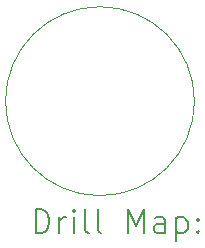
<source format=gbr>
%TF.GenerationSoftware,KiCad,Pcbnew,7.0.5-1.fc38*%
%TF.CreationDate,2023-07-07T14:27:14-04:00*%
%TF.ProjectId,bno085-i2c-board-v3-large,626e6f30-3835-42d6-9932-632d626f6172,rev?*%
%TF.SameCoordinates,Original*%
%TF.FileFunction,Drillmap*%
%TF.FilePolarity,Positive*%
%FSLAX45Y45*%
G04 Gerber Fmt 4.5, Leading zero omitted, Abs format (unit mm)*
G04 Created by KiCad (PCBNEW 7.0.5-1.fc38) date 2023-07-07 14:27:14*
%MOMM*%
%LPD*%
G01*
G04 APERTURE LIST*
%ADD10C,0.100000*%
%ADD11C,0.200000*%
G04 APERTURE END LIST*
D10*
X13800000Y-7000000D02*
G75*
G03*
X13800000Y-7000000I-800000J0D01*
G01*
D11*
X12455777Y-8116484D02*
X12455777Y-7916484D01*
X12455777Y-7916484D02*
X12503396Y-7916484D01*
X12503396Y-7916484D02*
X12531967Y-7926008D01*
X12531967Y-7926008D02*
X12551015Y-7945055D01*
X12551015Y-7945055D02*
X12560539Y-7964103D01*
X12560539Y-7964103D02*
X12570062Y-8002198D01*
X12570062Y-8002198D02*
X12570062Y-8030769D01*
X12570062Y-8030769D02*
X12560539Y-8068865D01*
X12560539Y-8068865D02*
X12551015Y-8087912D01*
X12551015Y-8087912D02*
X12531967Y-8106960D01*
X12531967Y-8106960D02*
X12503396Y-8116484D01*
X12503396Y-8116484D02*
X12455777Y-8116484D01*
X12655777Y-8116484D02*
X12655777Y-7983150D01*
X12655777Y-8021246D02*
X12665301Y-8002198D01*
X12665301Y-8002198D02*
X12674824Y-7992674D01*
X12674824Y-7992674D02*
X12693872Y-7983150D01*
X12693872Y-7983150D02*
X12712920Y-7983150D01*
X12779586Y-8116484D02*
X12779586Y-7983150D01*
X12779586Y-7916484D02*
X12770062Y-7926008D01*
X12770062Y-7926008D02*
X12779586Y-7935531D01*
X12779586Y-7935531D02*
X12789110Y-7926008D01*
X12789110Y-7926008D02*
X12779586Y-7916484D01*
X12779586Y-7916484D02*
X12779586Y-7935531D01*
X12903396Y-8116484D02*
X12884348Y-8106960D01*
X12884348Y-8106960D02*
X12874824Y-8087912D01*
X12874824Y-8087912D02*
X12874824Y-7916484D01*
X13008158Y-8116484D02*
X12989110Y-8106960D01*
X12989110Y-8106960D02*
X12979586Y-8087912D01*
X12979586Y-8087912D02*
X12979586Y-7916484D01*
X13236729Y-8116484D02*
X13236729Y-7916484D01*
X13236729Y-7916484D02*
X13303396Y-8059341D01*
X13303396Y-8059341D02*
X13370062Y-7916484D01*
X13370062Y-7916484D02*
X13370062Y-8116484D01*
X13551015Y-8116484D02*
X13551015Y-8011722D01*
X13551015Y-8011722D02*
X13541491Y-7992674D01*
X13541491Y-7992674D02*
X13522443Y-7983150D01*
X13522443Y-7983150D02*
X13484348Y-7983150D01*
X13484348Y-7983150D02*
X13465301Y-7992674D01*
X13551015Y-8106960D02*
X13531967Y-8116484D01*
X13531967Y-8116484D02*
X13484348Y-8116484D01*
X13484348Y-8116484D02*
X13465301Y-8106960D01*
X13465301Y-8106960D02*
X13455777Y-8087912D01*
X13455777Y-8087912D02*
X13455777Y-8068865D01*
X13455777Y-8068865D02*
X13465301Y-8049817D01*
X13465301Y-8049817D02*
X13484348Y-8040293D01*
X13484348Y-8040293D02*
X13531967Y-8040293D01*
X13531967Y-8040293D02*
X13551015Y-8030769D01*
X13646253Y-7983150D02*
X13646253Y-8183150D01*
X13646253Y-7992674D02*
X13665301Y-7983150D01*
X13665301Y-7983150D02*
X13703396Y-7983150D01*
X13703396Y-7983150D02*
X13722443Y-7992674D01*
X13722443Y-7992674D02*
X13731967Y-8002198D01*
X13731967Y-8002198D02*
X13741491Y-8021246D01*
X13741491Y-8021246D02*
X13741491Y-8078388D01*
X13741491Y-8078388D02*
X13731967Y-8097436D01*
X13731967Y-8097436D02*
X13722443Y-8106960D01*
X13722443Y-8106960D02*
X13703396Y-8116484D01*
X13703396Y-8116484D02*
X13665301Y-8116484D01*
X13665301Y-8116484D02*
X13646253Y-8106960D01*
X13827205Y-8097436D02*
X13836729Y-8106960D01*
X13836729Y-8106960D02*
X13827205Y-8116484D01*
X13827205Y-8116484D02*
X13817682Y-8106960D01*
X13817682Y-8106960D02*
X13827205Y-8097436D01*
X13827205Y-8097436D02*
X13827205Y-8116484D01*
X13827205Y-7992674D02*
X13836729Y-8002198D01*
X13836729Y-8002198D02*
X13827205Y-8011722D01*
X13827205Y-8011722D02*
X13817682Y-8002198D01*
X13817682Y-8002198D02*
X13827205Y-7992674D01*
X13827205Y-7992674D02*
X13827205Y-8011722D01*
M02*

</source>
